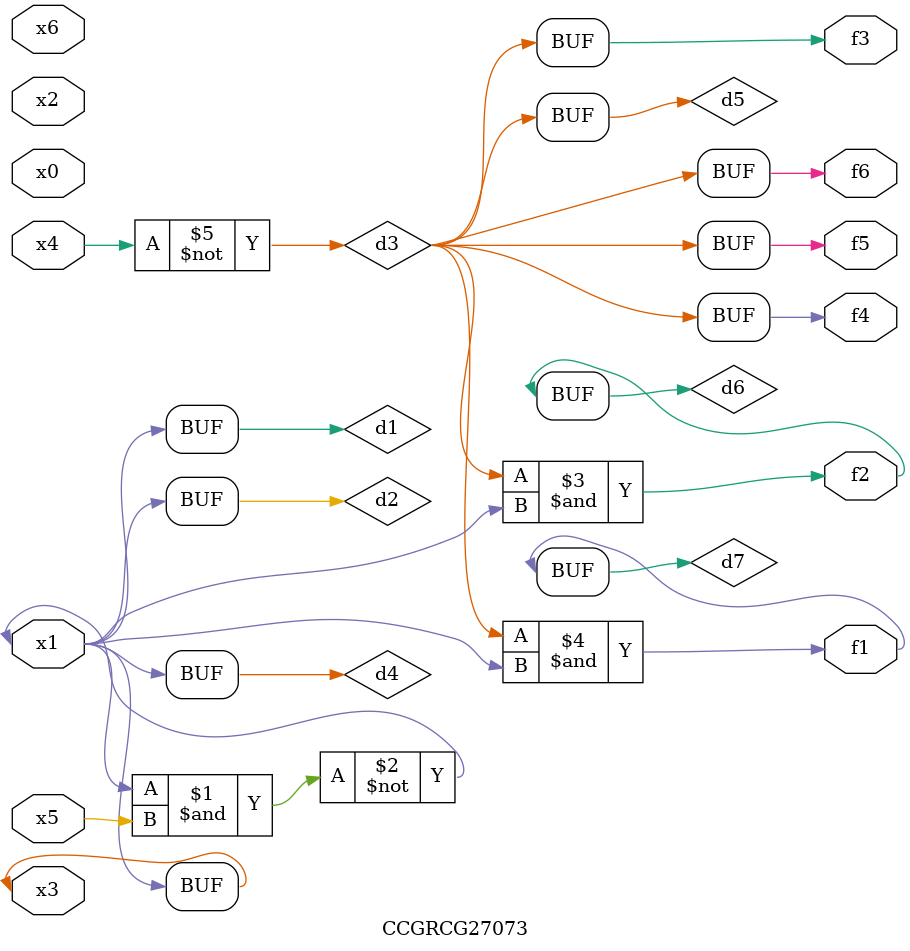
<source format=v>
module CCGRCG27073(
	input x0, x1, x2, x3, x4, x5, x6,
	output f1, f2, f3, f4, f5, f6
);

	wire d1, d2, d3, d4, d5, d6, d7;

	buf (d1, x1, x3);
	nand (d2, x1, x5);
	not (d3, x4);
	buf (d4, d1, d2);
	buf (d5, d3);
	and (d6, d3, d4);
	and (d7, d3, d4);
	assign f1 = d7;
	assign f2 = d6;
	assign f3 = d5;
	assign f4 = d5;
	assign f5 = d5;
	assign f6 = d5;
endmodule

</source>
